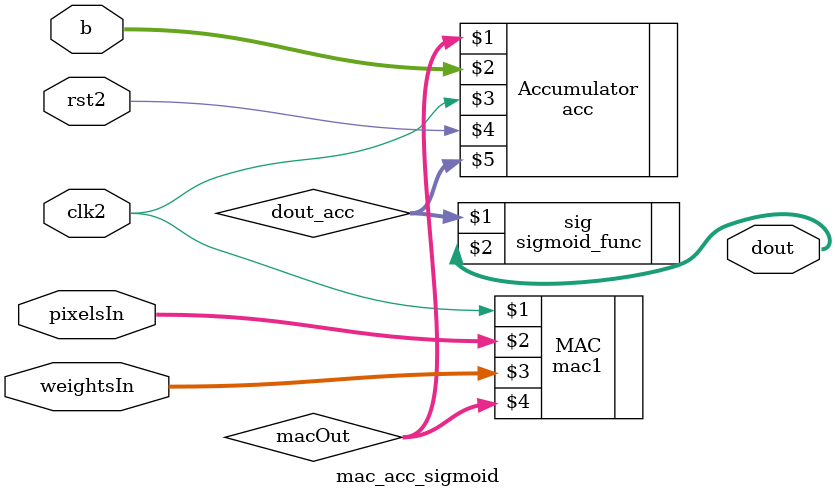
<source format=v>
`timescale 1ns / 1ps
module mac_acc_sigmoid(
  input clk2,
  input rst2,
  input [127:0] pixelsIn,
  input [127:0] weightsIn,
  input [7:0] b,
  output [7:0] dout);

  wire [19:0] macOut;
  wire [21:0] dout_acc;
  wire [7:0] dout;

  mac1 MAC(clk2,pixelsIn,weightsIn,macOut);
  acc Accumulator(macOut,b,clk2,rst2,dout_acc);
  sigmoid_func sig(dout_acc,dout);

  endmodule

</source>
